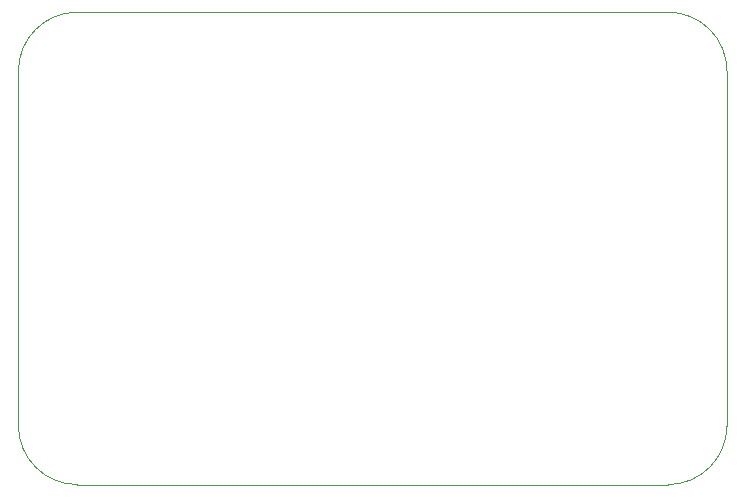
<source format=gbr>
G04 #@! TF.GenerationSoftware,KiCad,Pcbnew,(5.1.4)-1*
G04 #@! TF.CreationDate,2020-10-21T23:09:18-03:00*
G04 #@! TF.ProjectId,2020 - Equisdecito,32303230-202d-4204-9571-756973646563,rev?*
G04 #@! TF.SameCoordinates,Original*
G04 #@! TF.FileFunction,Profile,NP*
%FSLAX46Y46*%
G04 Gerber Fmt 4.6, Leading zero omitted, Abs format (unit mm)*
G04 Created by KiCad (PCBNEW (5.1.4)-1) date 2020-10-21 23:09:18*
%MOMM*%
%LPD*%
G04 APERTURE LIST*
%ADD10C,0.100000*%
G04 APERTURE END LIST*
D10*
X110000000Y-110000000D02*
X110000000Y-80000000D01*
X165000000Y-115000000D02*
X115000000Y-115000000D01*
X170000000Y-80000000D02*
X170000000Y-110000000D01*
X115000000Y-75000000D02*
X165000000Y-75000000D01*
X165000000Y-75000000D02*
G75*
G02X170000000Y-80000000I0J-5000000D01*
G01*
X170000000Y-110000000D02*
G75*
G02X165000000Y-115000000I-5000000J0D01*
G01*
X110000000Y-80000000D02*
G75*
G02X115000000Y-75000000I5000000J0D01*
G01*
X115000000Y-115000000D02*
G75*
G02X110000000Y-110000000I0J5000000D01*
G01*
M02*

</source>
